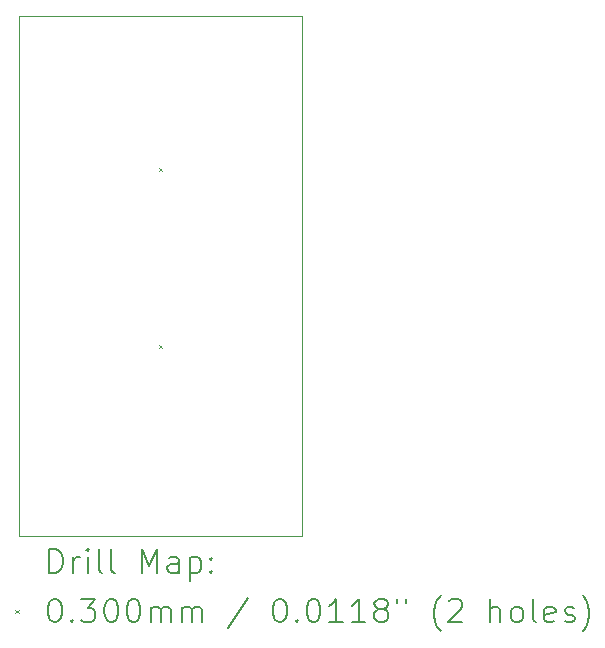
<source format=gbr>
%TF.GenerationSoftware,KiCad,Pcbnew,8.0.2-1*%
%TF.CreationDate,2024-09-09T15:17:27+01:00*%
%TF.ProjectId,test_module_2,74657374-5f6d-46f6-9475-6c655f322e6b,rev?*%
%TF.SameCoordinates,Original*%
%TF.FileFunction,Drillmap*%
%TF.FilePolarity,Positive*%
%FSLAX45Y45*%
G04 Gerber Fmt 4.5, Leading zero omitted, Abs format (unit mm)*
G04 Created by KiCad (PCBNEW 8.0.2-1) date 2024-09-09 15:17:27*
%MOMM*%
%LPD*%
G01*
G04 APERTURE LIST*
%ADD10C,0.050000*%
%ADD11C,0.200000*%
%ADD12C,0.100000*%
G04 APERTURE END LIST*
D10*
X12800000Y-8800000D02*
X15200000Y-8800000D01*
X15200000Y-13200000D01*
X12800000Y-13200000D01*
X12800000Y-8800000D01*
D11*
D12*
X13985000Y-10085000D02*
X14015000Y-10115000D01*
X14015000Y-10085000D02*
X13985000Y-10115000D01*
X13985000Y-11585000D02*
X14015000Y-11615000D01*
X14015000Y-11585000D02*
X13985000Y-11615000D01*
D11*
X13058277Y-13513984D02*
X13058277Y-13313984D01*
X13058277Y-13313984D02*
X13105896Y-13313984D01*
X13105896Y-13313984D02*
X13134467Y-13323508D01*
X13134467Y-13323508D02*
X13153515Y-13342555D01*
X13153515Y-13342555D02*
X13163039Y-13361603D01*
X13163039Y-13361603D02*
X13172562Y-13399698D01*
X13172562Y-13399698D02*
X13172562Y-13428269D01*
X13172562Y-13428269D02*
X13163039Y-13466365D01*
X13163039Y-13466365D02*
X13153515Y-13485412D01*
X13153515Y-13485412D02*
X13134467Y-13504460D01*
X13134467Y-13504460D02*
X13105896Y-13513984D01*
X13105896Y-13513984D02*
X13058277Y-13513984D01*
X13258277Y-13513984D02*
X13258277Y-13380650D01*
X13258277Y-13418746D02*
X13267801Y-13399698D01*
X13267801Y-13399698D02*
X13277324Y-13390174D01*
X13277324Y-13390174D02*
X13296372Y-13380650D01*
X13296372Y-13380650D02*
X13315420Y-13380650D01*
X13382086Y-13513984D02*
X13382086Y-13380650D01*
X13382086Y-13313984D02*
X13372562Y-13323508D01*
X13372562Y-13323508D02*
X13382086Y-13333031D01*
X13382086Y-13333031D02*
X13391610Y-13323508D01*
X13391610Y-13323508D02*
X13382086Y-13313984D01*
X13382086Y-13313984D02*
X13382086Y-13333031D01*
X13505896Y-13513984D02*
X13486848Y-13504460D01*
X13486848Y-13504460D02*
X13477324Y-13485412D01*
X13477324Y-13485412D02*
X13477324Y-13313984D01*
X13610658Y-13513984D02*
X13591610Y-13504460D01*
X13591610Y-13504460D02*
X13582086Y-13485412D01*
X13582086Y-13485412D02*
X13582086Y-13313984D01*
X13839229Y-13513984D02*
X13839229Y-13313984D01*
X13839229Y-13313984D02*
X13905896Y-13456841D01*
X13905896Y-13456841D02*
X13972562Y-13313984D01*
X13972562Y-13313984D02*
X13972562Y-13513984D01*
X14153515Y-13513984D02*
X14153515Y-13409222D01*
X14153515Y-13409222D02*
X14143991Y-13390174D01*
X14143991Y-13390174D02*
X14124943Y-13380650D01*
X14124943Y-13380650D02*
X14086848Y-13380650D01*
X14086848Y-13380650D02*
X14067801Y-13390174D01*
X14153515Y-13504460D02*
X14134467Y-13513984D01*
X14134467Y-13513984D02*
X14086848Y-13513984D01*
X14086848Y-13513984D02*
X14067801Y-13504460D01*
X14067801Y-13504460D02*
X14058277Y-13485412D01*
X14058277Y-13485412D02*
X14058277Y-13466365D01*
X14058277Y-13466365D02*
X14067801Y-13447317D01*
X14067801Y-13447317D02*
X14086848Y-13437793D01*
X14086848Y-13437793D02*
X14134467Y-13437793D01*
X14134467Y-13437793D02*
X14153515Y-13428269D01*
X14248753Y-13380650D02*
X14248753Y-13580650D01*
X14248753Y-13390174D02*
X14267801Y-13380650D01*
X14267801Y-13380650D02*
X14305896Y-13380650D01*
X14305896Y-13380650D02*
X14324943Y-13390174D01*
X14324943Y-13390174D02*
X14334467Y-13399698D01*
X14334467Y-13399698D02*
X14343991Y-13418746D01*
X14343991Y-13418746D02*
X14343991Y-13475888D01*
X14343991Y-13475888D02*
X14334467Y-13494936D01*
X14334467Y-13494936D02*
X14324943Y-13504460D01*
X14324943Y-13504460D02*
X14305896Y-13513984D01*
X14305896Y-13513984D02*
X14267801Y-13513984D01*
X14267801Y-13513984D02*
X14248753Y-13504460D01*
X14429705Y-13494936D02*
X14439229Y-13504460D01*
X14439229Y-13504460D02*
X14429705Y-13513984D01*
X14429705Y-13513984D02*
X14420182Y-13504460D01*
X14420182Y-13504460D02*
X14429705Y-13494936D01*
X14429705Y-13494936D02*
X14429705Y-13513984D01*
X14429705Y-13390174D02*
X14439229Y-13399698D01*
X14439229Y-13399698D02*
X14429705Y-13409222D01*
X14429705Y-13409222D02*
X14420182Y-13399698D01*
X14420182Y-13399698D02*
X14429705Y-13390174D01*
X14429705Y-13390174D02*
X14429705Y-13409222D01*
D12*
X12767500Y-13827500D02*
X12797500Y-13857500D01*
X12797500Y-13827500D02*
X12767500Y-13857500D01*
D11*
X13096372Y-13733984D02*
X13115420Y-13733984D01*
X13115420Y-13733984D02*
X13134467Y-13743508D01*
X13134467Y-13743508D02*
X13143991Y-13753031D01*
X13143991Y-13753031D02*
X13153515Y-13772079D01*
X13153515Y-13772079D02*
X13163039Y-13810174D01*
X13163039Y-13810174D02*
X13163039Y-13857793D01*
X13163039Y-13857793D02*
X13153515Y-13895888D01*
X13153515Y-13895888D02*
X13143991Y-13914936D01*
X13143991Y-13914936D02*
X13134467Y-13924460D01*
X13134467Y-13924460D02*
X13115420Y-13933984D01*
X13115420Y-13933984D02*
X13096372Y-13933984D01*
X13096372Y-13933984D02*
X13077324Y-13924460D01*
X13077324Y-13924460D02*
X13067801Y-13914936D01*
X13067801Y-13914936D02*
X13058277Y-13895888D01*
X13058277Y-13895888D02*
X13048753Y-13857793D01*
X13048753Y-13857793D02*
X13048753Y-13810174D01*
X13048753Y-13810174D02*
X13058277Y-13772079D01*
X13058277Y-13772079D02*
X13067801Y-13753031D01*
X13067801Y-13753031D02*
X13077324Y-13743508D01*
X13077324Y-13743508D02*
X13096372Y-13733984D01*
X13248753Y-13914936D02*
X13258277Y-13924460D01*
X13258277Y-13924460D02*
X13248753Y-13933984D01*
X13248753Y-13933984D02*
X13239229Y-13924460D01*
X13239229Y-13924460D02*
X13248753Y-13914936D01*
X13248753Y-13914936D02*
X13248753Y-13933984D01*
X13324943Y-13733984D02*
X13448753Y-13733984D01*
X13448753Y-13733984D02*
X13382086Y-13810174D01*
X13382086Y-13810174D02*
X13410658Y-13810174D01*
X13410658Y-13810174D02*
X13429705Y-13819698D01*
X13429705Y-13819698D02*
X13439229Y-13829222D01*
X13439229Y-13829222D02*
X13448753Y-13848269D01*
X13448753Y-13848269D02*
X13448753Y-13895888D01*
X13448753Y-13895888D02*
X13439229Y-13914936D01*
X13439229Y-13914936D02*
X13429705Y-13924460D01*
X13429705Y-13924460D02*
X13410658Y-13933984D01*
X13410658Y-13933984D02*
X13353515Y-13933984D01*
X13353515Y-13933984D02*
X13334467Y-13924460D01*
X13334467Y-13924460D02*
X13324943Y-13914936D01*
X13572562Y-13733984D02*
X13591610Y-13733984D01*
X13591610Y-13733984D02*
X13610658Y-13743508D01*
X13610658Y-13743508D02*
X13620182Y-13753031D01*
X13620182Y-13753031D02*
X13629705Y-13772079D01*
X13629705Y-13772079D02*
X13639229Y-13810174D01*
X13639229Y-13810174D02*
X13639229Y-13857793D01*
X13639229Y-13857793D02*
X13629705Y-13895888D01*
X13629705Y-13895888D02*
X13620182Y-13914936D01*
X13620182Y-13914936D02*
X13610658Y-13924460D01*
X13610658Y-13924460D02*
X13591610Y-13933984D01*
X13591610Y-13933984D02*
X13572562Y-13933984D01*
X13572562Y-13933984D02*
X13553515Y-13924460D01*
X13553515Y-13924460D02*
X13543991Y-13914936D01*
X13543991Y-13914936D02*
X13534467Y-13895888D01*
X13534467Y-13895888D02*
X13524943Y-13857793D01*
X13524943Y-13857793D02*
X13524943Y-13810174D01*
X13524943Y-13810174D02*
X13534467Y-13772079D01*
X13534467Y-13772079D02*
X13543991Y-13753031D01*
X13543991Y-13753031D02*
X13553515Y-13743508D01*
X13553515Y-13743508D02*
X13572562Y-13733984D01*
X13763039Y-13733984D02*
X13782086Y-13733984D01*
X13782086Y-13733984D02*
X13801134Y-13743508D01*
X13801134Y-13743508D02*
X13810658Y-13753031D01*
X13810658Y-13753031D02*
X13820182Y-13772079D01*
X13820182Y-13772079D02*
X13829705Y-13810174D01*
X13829705Y-13810174D02*
X13829705Y-13857793D01*
X13829705Y-13857793D02*
X13820182Y-13895888D01*
X13820182Y-13895888D02*
X13810658Y-13914936D01*
X13810658Y-13914936D02*
X13801134Y-13924460D01*
X13801134Y-13924460D02*
X13782086Y-13933984D01*
X13782086Y-13933984D02*
X13763039Y-13933984D01*
X13763039Y-13933984D02*
X13743991Y-13924460D01*
X13743991Y-13924460D02*
X13734467Y-13914936D01*
X13734467Y-13914936D02*
X13724943Y-13895888D01*
X13724943Y-13895888D02*
X13715420Y-13857793D01*
X13715420Y-13857793D02*
X13715420Y-13810174D01*
X13715420Y-13810174D02*
X13724943Y-13772079D01*
X13724943Y-13772079D02*
X13734467Y-13753031D01*
X13734467Y-13753031D02*
X13743991Y-13743508D01*
X13743991Y-13743508D02*
X13763039Y-13733984D01*
X13915420Y-13933984D02*
X13915420Y-13800650D01*
X13915420Y-13819698D02*
X13924943Y-13810174D01*
X13924943Y-13810174D02*
X13943991Y-13800650D01*
X13943991Y-13800650D02*
X13972563Y-13800650D01*
X13972563Y-13800650D02*
X13991610Y-13810174D01*
X13991610Y-13810174D02*
X14001134Y-13829222D01*
X14001134Y-13829222D02*
X14001134Y-13933984D01*
X14001134Y-13829222D02*
X14010658Y-13810174D01*
X14010658Y-13810174D02*
X14029705Y-13800650D01*
X14029705Y-13800650D02*
X14058277Y-13800650D01*
X14058277Y-13800650D02*
X14077324Y-13810174D01*
X14077324Y-13810174D02*
X14086848Y-13829222D01*
X14086848Y-13829222D02*
X14086848Y-13933984D01*
X14182086Y-13933984D02*
X14182086Y-13800650D01*
X14182086Y-13819698D02*
X14191610Y-13810174D01*
X14191610Y-13810174D02*
X14210658Y-13800650D01*
X14210658Y-13800650D02*
X14239229Y-13800650D01*
X14239229Y-13800650D02*
X14258277Y-13810174D01*
X14258277Y-13810174D02*
X14267801Y-13829222D01*
X14267801Y-13829222D02*
X14267801Y-13933984D01*
X14267801Y-13829222D02*
X14277324Y-13810174D01*
X14277324Y-13810174D02*
X14296372Y-13800650D01*
X14296372Y-13800650D02*
X14324943Y-13800650D01*
X14324943Y-13800650D02*
X14343991Y-13810174D01*
X14343991Y-13810174D02*
X14353515Y-13829222D01*
X14353515Y-13829222D02*
X14353515Y-13933984D01*
X14743991Y-13724460D02*
X14572563Y-13981603D01*
X15001134Y-13733984D02*
X15020182Y-13733984D01*
X15020182Y-13733984D02*
X15039229Y-13743508D01*
X15039229Y-13743508D02*
X15048753Y-13753031D01*
X15048753Y-13753031D02*
X15058277Y-13772079D01*
X15058277Y-13772079D02*
X15067801Y-13810174D01*
X15067801Y-13810174D02*
X15067801Y-13857793D01*
X15067801Y-13857793D02*
X15058277Y-13895888D01*
X15058277Y-13895888D02*
X15048753Y-13914936D01*
X15048753Y-13914936D02*
X15039229Y-13924460D01*
X15039229Y-13924460D02*
X15020182Y-13933984D01*
X15020182Y-13933984D02*
X15001134Y-13933984D01*
X15001134Y-13933984D02*
X14982086Y-13924460D01*
X14982086Y-13924460D02*
X14972563Y-13914936D01*
X14972563Y-13914936D02*
X14963039Y-13895888D01*
X14963039Y-13895888D02*
X14953515Y-13857793D01*
X14953515Y-13857793D02*
X14953515Y-13810174D01*
X14953515Y-13810174D02*
X14963039Y-13772079D01*
X14963039Y-13772079D02*
X14972563Y-13753031D01*
X14972563Y-13753031D02*
X14982086Y-13743508D01*
X14982086Y-13743508D02*
X15001134Y-13733984D01*
X15153515Y-13914936D02*
X15163039Y-13924460D01*
X15163039Y-13924460D02*
X15153515Y-13933984D01*
X15153515Y-13933984D02*
X15143991Y-13924460D01*
X15143991Y-13924460D02*
X15153515Y-13914936D01*
X15153515Y-13914936D02*
X15153515Y-13933984D01*
X15286848Y-13733984D02*
X15305896Y-13733984D01*
X15305896Y-13733984D02*
X15324944Y-13743508D01*
X15324944Y-13743508D02*
X15334467Y-13753031D01*
X15334467Y-13753031D02*
X15343991Y-13772079D01*
X15343991Y-13772079D02*
X15353515Y-13810174D01*
X15353515Y-13810174D02*
X15353515Y-13857793D01*
X15353515Y-13857793D02*
X15343991Y-13895888D01*
X15343991Y-13895888D02*
X15334467Y-13914936D01*
X15334467Y-13914936D02*
X15324944Y-13924460D01*
X15324944Y-13924460D02*
X15305896Y-13933984D01*
X15305896Y-13933984D02*
X15286848Y-13933984D01*
X15286848Y-13933984D02*
X15267801Y-13924460D01*
X15267801Y-13924460D02*
X15258277Y-13914936D01*
X15258277Y-13914936D02*
X15248753Y-13895888D01*
X15248753Y-13895888D02*
X15239229Y-13857793D01*
X15239229Y-13857793D02*
X15239229Y-13810174D01*
X15239229Y-13810174D02*
X15248753Y-13772079D01*
X15248753Y-13772079D02*
X15258277Y-13753031D01*
X15258277Y-13753031D02*
X15267801Y-13743508D01*
X15267801Y-13743508D02*
X15286848Y-13733984D01*
X15543991Y-13933984D02*
X15429706Y-13933984D01*
X15486848Y-13933984D02*
X15486848Y-13733984D01*
X15486848Y-13733984D02*
X15467801Y-13762555D01*
X15467801Y-13762555D02*
X15448753Y-13781603D01*
X15448753Y-13781603D02*
X15429706Y-13791127D01*
X15734467Y-13933984D02*
X15620182Y-13933984D01*
X15677325Y-13933984D02*
X15677325Y-13733984D01*
X15677325Y-13733984D02*
X15658277Y-13762555D01*
X15658277Y-13762555D02*
X15639229Y-13781603D01*
X15639229Y-13781603D02*
X15620182Y-13791127D01*
X15848753Y-13819698D02*
X15829706Y-13810174D01*
X15829706Y-13810174D02*
X15820182Y-13800650D01*
X15820182Y-13800650D02*
X15810658Y-13781603D01*
X15810658Y-13781603D02*
X15810658Y-13772079D01*
X15810658Y-13772079D02*
X15820182Y-13753031D01*
X15820182Y-13753031D02*
X15829706Y-13743508D01*
X15829706Y-13743508D02*
X15848753Y-13733984D01*
X15848753Y-13733984D02*
X15886848Y-13733984D01*
X15886848Y-13733984D02*
X15905896Y-13743508D01*
X15905896Y-13743508D02*
X15915420Y-13753031D01*
X15915420Y-13753031D02*
X15924944Y-13772079D01*
X15924944Y-13772079D02*
X15924944Y-13781603D01*
X15924944Y-13781603D02*
X15915420Y-13800650D01*
X15915420Y-13800650D02*
X15905896Y-13810174D01*
X15905896Y-13810174D02*
X15886848Y-13819698D01*
X15886848Y-13819698D02*
X15848753Y-13819698D01*
X15848753Y-13819698D02*
X15829706Y-13829222D01*
X15829706Y-13829222D02*
X15820182Y-13838746D01*
X15820182Y-13838746D02*
X15810658Y-13857793D01*
X15810658Y-13857793D02*
X15810658Y-13895888D01*
X15810658Y-13895888D02*
X15820182Y-13914936D01*
X15820182Y-13914936D02*
X15829706Y-13924460D01*
X15829706Y-13924460D02*
X15848753Y-13933984D01*
X15848753Y-13933984D02*
X15886848Y-13933984D01*
X15886848Y-13933984D02*
X15905896Y-13924460D01*
X15905896Y-13924460D02*
X15915420Y-13914936D01*
X15915420Y-13914936D02*
X15924944Y-13895888D01*
X15924944Y-13895888D02*
X15924944Y-13857793D01*
X15924944Y-13857793D02*
X15915420Y-13838746D01*
X15915420Y-13838746D02*
X15905896Y-13829222D01*
X15905896Y-13829222D02*
X15886848Y-13819698D01*
X16001134Y-13733984D02*
X16001134Y-13772079D01*
X16077325Y-13733984D02*
X16077325Y-13772079D01*
X16372563Y-14010174D02*
X16363039Y-14000650D01*
X16363039Y-14000650D02*
X16343991Y-13972079D01*
X16343991Y-13972079D02*
X16334468Y-13953031D01*
X16334468Y-13953031D02*
X16324944Y-13924460D01*
X16324944Y-13924460D02*
X16315420Y-13876841D01*
X16315420Y-13876841D02*
X16315420Y-13838746D01*
X16315420Y-13838746D02*
X16324944Y-13791127D01*
X16324944Y-13791127D02*
X16334468Y-13762555D01*
X16334468Y-13762555D02*
X16343991Y-13743508D01*
X16343991Y-13743508D02*
X16363039Y-13714936D01*
X16363039Y-13714936D02*
X16372563Y-13705412D01*
X16439229Y-13753031D02*
X16448753Y-13743508D01*
X16448753Y-13743508D02*
X16467801Y-13733984D01*
X16467801Y-13733984D02*
X16515420Y-13733984D01*
X16515420Y-13733984D02*
X16534468Y-13743508D01*
X16534468Y-13743508D02*
X16543991Y-13753031D01*
X16543991Y-13753031D02*
X16553515Y-13772079D01*
X16553515Y-13772079D02*
X16553515Y-13791127D01*
X16553515Y-13791127D02*
X16543991Y-13819698D01*
X16543991Y-13819698D02*
X16429706Y-13933984D01*
X16429706Y-13933984D02*
X16553515Y-13933984D01*
X16791611Y-13933984D02*
X16791611Y-13733984D01*
X16877325Y-13933984D02*
X16877325Y-13829222D01*
X16877325Y-13829222D02*
X16867801Y-13810174D01*
X16867801Y-13810174D02*
X16848753Y-13800650D01*
X16848753Y-13800650D02*
X16820182Y-13800650D01*
X16820182Y-13800650D02*
X16801134Y-13810174D01*
X16801134Y-13810174D02*
X16791611Y-13819698D01*
X17001134Y-13933984D02*
X16982087Y-13924460D01*
X16982087Y-13924460D02*
X16972563Y-13914936D01*
X16972563Y-13914936D02*
X16963039Y-13895888D01*
X16963039Y-13895888D02*
X16963039Y-13838746D01*
X16963039Y-13838746D02*
X16972563Y-13819698D01*
X16972563Y-13819698D02*
X16982087Y-13810174D01*
X16982087Y-13810174D02*
X17001134Y-13800650D01*
X17001134Y-13800650D02*
X17029706Y-13800650D01*
X17029706Y-13800650D02*
X17048753Y-13810174D01*
X17048753Y-13810174D02*
X17058277Y-13819698D01*
X17058277Y-13819698D02*
X17067801Y-13838746D01*
X17067801Y-13838746D02*
X17067801Y-13895888D01*
X17067801Y-13895888D02*
X17058277Y-13914936D01*
X17058277Y-13914936D02*
X17048753Y-13924460D01*
X17048753Y-13924460D02*
X17029706Y-13933984D01*
X17029706Y-13933984D02*
X17001134Y-13933984D01*
X17182087Y-13933984D02*
X17163039Y-13924460D01*
X17163039Y-13924460D02*
X17153515Y-13905412D01*
X17153515Y-13905412D02*
X17153515Y-13733984D01*
X17334468Y-13924460D02*
X17315420Y-13933984D01*
X17315420Y-13933984D02*
X17277325Y-13933984D01*
X17277325Y-13933984D02*
X17258277Y-13924460D01*
X17258277Y-13924460D02*
X17248753Y-13905412D01*
X17248753Y-13905412D02*
X17248753Y-13829222D01*
X17248753Y-13829222D02*
X17258277Y-13810174D01*
X17258277Y-13810174D02*
X17277325Y-13800650D01*
X17277325Y-13800650D02*
X17315420Y-13800650D01*
X17315420Y-13800650D02*
X17334468Y-13810174D01*
X17334468Y-13810174D02*
X17343992Y-13829222D01*
X17343992Y-13829222D02*
X17343992Y-13848269D01*
X17343992Y-13848269D02*
X17248753Y-13867317D01*
X17420182Y-13924460D02*
X17439230Y-13933984D01*
X17439230Y-13933984D02*
X17477325Y-13933984D01*
X17477325Y-13933984D02*
X17496373Y-13924460D01*
X17496373Y-13924460D02*
X17505896Y-13905412D01*
X17505896Y-13905412D02*
X17505896Y-13895888D01*
X17505896Y-13895888D02*
X17496373Y-13876841D01*
X17496373Y-13876841D02*
X17477325Y-13867317D01*
X17477325Y-13867317D02*
X17448753Y-13867317D01*
X17448753Y-13867317D02*
X17429706Y-13857793D01*
X17429706Y-13857793D02*
X17420182Y-13838746D01*
X17420182Y-13838746D02*
X17420182Y-13829222D01*
X17420182Y-13829222D02*
X17429706Y-13810174D01*
X17429706Y-13810174D02*
X17448753Y-13800650D01*
X17448753Y-13800650D02*
X17477325Y-13800650D01*
X17477325Y-13800650D02*
X17496373Y-13810174D01*
X17572563Y-14010174D02*
X17582087Y-14000650D01*
X17582087Y-14000650D02*
X17601134Y-13972079D01*
X17601134Y-13972079D02*
X17610658Y-13953031D01*
X17610658Y-13953031D02*
X17620182Y-13924460D01*
X17620182Y-13924460D02*
X17629706Y-13876841D01*
X17629706Y-13876841D02*
X17629706Y-13838746D01*
X17629706Y-13838746D02*
X17620182Y-13791127D01*
X17620182Y-13791127D02*
X17610658Y-13762555D01*
X17610658Y-13762555D02*
X17601134Y-13743508D01*
X17601134Y-13743508D02*
X17582087Y-13714936D01*
X17582087Y-13714936D02*
X17572563Y-13705412D01*
M02*

</source>
